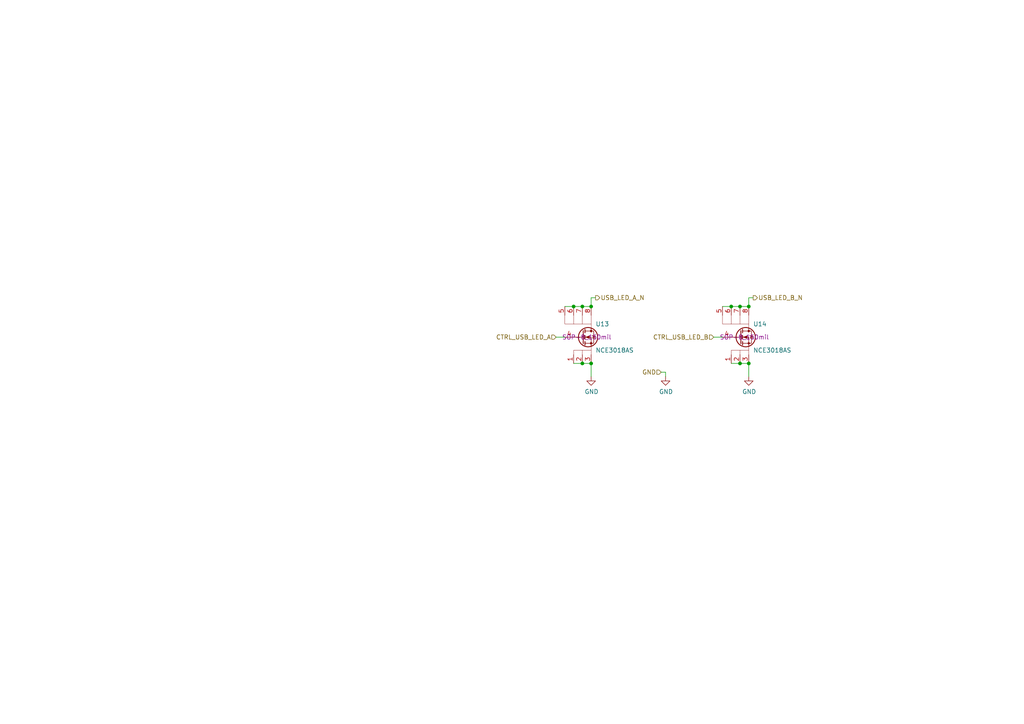
<source format=kicad_sch>
(kicad_sch (version 20210126) (generator eeschema)

  (paper "A4")

  (lib_symbols
    (symbol "Transistors:NCE3018AS" (in_bom yes) (on_board yes)
      (property "Reference" "U" (id 0) (at 3.81 1.27 0)
        (effects (font (size 1.27 1.27)))
      )
      (property "Value" "NCE3018AS" (id 1) (at 7.62 3.81 0)
        (effects (font (size 1.27 1.27)))
      )
      (property "Footprint" "Package_SO:SO-8_3.9x4.9mm_P1.27mm" (id 2) (at 1.27 13.97 0)
        (effects (font (size 1.27 1.27)) hide)
      )
      (property "Datasheet" "https://datasheetspdf.com/pdf-file/1273153/NCEPowerSemiconductor/NCE3018AS/1" (id 3) (at 1.27 13.97 0)
        (effects (font (size 1.27 1.27)) hide)
      )
      (property "Manufacturer Number" "NCE3018AS" (id 4) (at 0 0 0)
        (effects (font (size 1.27 1.27)))
      )
      (property "Package" "SOP-8" (id 5) (at 0 0 0)
        (effects (font (size 1.27 1.27)))
      )
      (property "Manufacturer" "NCE Power" (id 6) (at 0 0 0)
        (effects (font (size 1.27 1.27)))
      )
      (property "ki_description" "VDS =30V,ID =18A RDS(ON) < 7mΩ @ VGS=10V      RDS(ON) < 10mΩ @ VGS=4.5V " (id 7) (at 0 0 0)
        (effects (font (size 1.27 1.27)) hide)
      )
      (symbol "NCE3018AS_0_1"
        (circle (center 0.381 0) (radius 2.794) (stroke (width 0.254)) (fill (type none)))
        (circle (center 1.27 -1.778) (radius 0.254) (stroke (width 0)) (fill (type outline)))
        (circle (center 1.27 1.778) (radius 0.254) (stroke (width 0)) (fill (type outline)))
        (polyline
          (pts
            (xy -1.016 0)
            (xy -3.81 0)
          )
          (stroke (width 0)) (fill (type none))
        )
        (polyline
          (pts
            (xy -1.016 1.905)
            (xy -1.016 -1.905)
          )
          (stroke (width 0.254)) (fill (type none))
        )
        (polyline
          (pts
            (xy -0.508 -1.27)
            (xy -0.508 -2.286)
          )
          (stroke (width 0.254)) (fill (type none))
        )
        (polyline
          (pts
            (xy -0.508 0.508)
            (xy -0.508 -0.508)
          )
          (stroke (width 0.254)) (fill (type none))
        )
        (polyline
          (pts
            (xy -0.508 2.286)
            (xy -0.508 1.27)
          )
          (stroke (width 0.254)) (fill (type none))
        )
        (polyline
          (pts
            (xy 1.27 2.54)
            (xy 1.27 1.778)
          )
          (stroke (width 0)) (fill (type none))
        )
        (polyline
          (pts
            (xy 1.27 -2.54)
            (xy 1.27 0)
            (xy -0.508 0)
          )
          (stroke (width 0)) (fill (type none))
        )
        (polyline
          (pts
            (xy -0.508 -1.778)
            (xy 2.032 -1.778)
            (xy 2.032 1.778)
            (xy -0.508 1.778)
          )
          (stroke (width 0)) (fill (type none))
        )
        (polyline
          (pts
            (xy -0.254 0)
            (xy 0.762 0.381)
            (xy 0.762 -0.381)
            (xy -0.254 0)
          )
          (stroke (width 0)) (fill (type outline))
        )
        (polyline
          (pts
            (xy 1.524 0.508)
            (xy 1.651 0.381)
            (xy 2.413 0.381)
            (xy 2.54 0.254)
          )
          (stroke (width 0)) (fill (type none))
        )
        (polyline
          (pts
            (xy 2.032 0.381)
            (xy 1.651 -0.254)
            (xy 2.413 -0.254)
            (xy 2.032 0.381)
          )
          (stroke (width 0)) (fill (type none))
        )
        (polyline
          (pts
            (xy 1.27 6.35)
            (xy 1.27 1.27)
          )
          (stroke (width 0.0006)) (fill (type none))
        )
        (polyline
          (pts
            (xy -6.35 6.35)
            (xy -6.35 3.81)
            (xy 1.27 3.81)
          )
          (stroke (width 0.0006)) (fill (type none))
        )
        (polyline
          (pts
            (xy -3.81 6.35)
            (xy -3.81 3.81)
          )
          (stroke (width 0.0006)) (fill (type none))
        )
        (polyline
          (pts
            (xy -1.27 6.35)
            (xy -1.27 3.81)
          )
          (stroke (width 0.0006)) (fill (type none))
        )
        (polyline
          (pts
            (xy 1.27 -5.08)
            (xy 1.27 -2.54)
            (xy 1.27 -1.27)
          )
          (stroke (width 0.0006)) (fill (type none))
        )
        (polyline
          (pts
            (xy -3.81 -5.08)
            (xy -3.81 -3.81)
            (xy 1.27 -3.81)
          )
          (stroke (width 0.0006)) (fill (type none))
        )
        (polyline
          (pts
            (xy -1.27 -5.08)
            (xy -1.27 -3.81)
          )
          (stroke (width 0.0006)) (fill (type none))
        )
      )
      (symbol "NCE3018AS_1_1"
        (pin passive line (at -6.35 8.89 270) (length 2.54)
          (name "" (effects (font (size 1.27 1.27))))
          (number "5" (effects (font (size 1.27 1.27))))
        )
        (pin input line (at -6.35 0 0) (length 2.54)
          (name "" (effects (font (size 1.27 1.27))))
          (number "4" (effects (font (size 1.27 1.27))))
        )
        (pin passive line (at -3.81 -7.62 90) (length 2.54)
          (name "" (effects (font (size 1.27 1.27))))
          (number "1" (effects (font (size 1.27 1.27))))
        )
        (pin passive line (at -1.27 -7.62 90) (length 2.54)
          (name "" (effects (font (size 1.27 1.27))))
          (number "2" (effects (font (size 1.27 1.27))))
        )
        (pin passive line (at 1.27 -7.62 90) (length 2.54)
          (name "" (effects (font (size 1.27 1.27))))
          (number "3" (effects (font (size 1.27 1.27))))
        )
        (pin passive line (at -3.81 8.89 270) (length 2.54)
          (name "" (effects (font (size 1.27 1.27))))
          (number "6" (effects (font (size 1.27 1.27))))
        )
        (pin passive line (at -1.27 8.89 270) (length 2.54)
          (name "" (effects (font (size 1.27 1.27))))
          (number "7" (effects (font (size 1.27 1.27))))
        )
        (pin passive line (at 1.27 8.89 270) (length 2.54)
          (name "" (effects (font (size 1.27 1.27))))
          (number "8" (effects (font (size 1.27 1.27))))
        )
      )
    )
    (symbol "Transistors:NCE3018AS_3" (in_bom yes) (on_board yes)
      (property "Reference" "U" (id 0) (at 3.81 1.27 0)
        (effects (font (size 1.27 1.27)))
      )
      (property "Value" "NCE3018AS" (id 1) (at 7.62 3.81 0)
        (effects (font (size 1.27 1.27)))
      )
      (property "Footprint" "Package_SO:SO-8_3.9x4.9mm_P1.27mm" (id 2) (at 1.27 13.97 0)
        (effects (font (size 1.27 1.27)) hide)
      )
      (property "Datasheet" "https://datasheetspdf.com/pdf-file/1273153/NCEPowerSemiconductor/NCE3018AS/1" (id 3) (at 1.27 13.97 0)
        (effects (font (size 1.27 1.27)) hide)
      )
      (property "Manufacturer Number" "NCE3018AS" (id 4) (at 0 0 0)
        (effects (font (size 1.27 1.27)))
      )
      (property "Package" "SOP-8" (id 5) (at 0 0 0)
        (effects (font (size 1.27 1.27)))
      )
      (property "Manufacturer" "NCE Power" (id 6) (at 0 0 0)
        (effects (font (size 1.27 1.27)))
      )
      (property "ki_description" "VDS =30V,ID =18A RDS(ON) < 7mΩ @ VGS=10V      RDS(ON) < 10mΩ @ VGS=4.5V " (id 7) (at 0 0 0)
        (effects (font (size 1.27 1.27)) hide)
      )
      (symbol "NCE3018AS_3_0_1"
        (circle (center 0.381 0) (radius 2.794) (stroke (width 0.254)) (fill (type none)))
        (circle (center 1.27 -1.778) (radius 0.254) (stroke (width 0)) (fill (type outline)))
        (circle (center 1.27 1.778) (radius 0.254) (stroke (width 0)) (fill (type outline)))
        (polyline
          (pts
            (xy -1.016 0)
            (xy -3.81 0)
          )
          (stroke (width 0)) (fill (type none))
        )
        (polyline
          (pts
            (xy -1.016 1.905)
            (xy -1.016 -1.905)
          )
          (stroke (width 0.254)) (fill (type none))
        )
        (polyline
          (pts
            (xy -0.508 -1.27)
            (xy -0.508 -2.286)
          )
          (stroke (width 0.254)) (fill (type none))
        )
        (polyline
          (pts
            (xy -0.508 0.508)
            (xy -0.508 -0.508)
          )
          (stroke (width 0.254)) (fill (type none))
        )
        (polyline
          (pts
            (xy -0.508 2.286)
            (xy -0.508 1.27)
          )
          (stroke (width 0.254)) (fill (type none))
        )
        (polyline
          (pts
            (xy 1.27 2.54)
            (xy 1.27 1.778)
          )
          (stroke (width 0)) (fill (type none))
        )
        (polyline
          (pts
            (xy 1.27 -2.54)
            (xy 1.27 0)
            (xy -0.508 0)
          )
          (stroke (width 0)) (fill (type none))
        )
        (polyline
          (pts
            (xy -0.508 -1.778)
            (xy 2.032 -1.778)
            (xy 2.032 1.778)
            (xy -0.508 1.778)
          )
          (stroke (width 0)) (fill (type none))
        )
        (polyline
          (pts
            (xy -0.254 0)
            (xy 0.762 0.381)
            (xy 0.762 -0.381)
            (xy -0.254 0)
          )
          (stroke (width 0)) (fill (type outline))
        )
        (polyline
          (pts
            (xy 1.524 0.508)
            (xy 1.651 0.381)
            (xy 2.413 0.381)
            (xy 2.54 0.254)
          )
          (stroke (width 0)) (fill (type none))
        )
        (polyline
          (pts
            (xy 2.032 0.381)
            (xy 1.651 -0.254)
            (xy 2.413 -0.254)
            (xy 2.032 0.381)
          )
          (stroke (width 0)) (fill (type none))
        )
        (polyline
          (pts
            (xy 1.27 6.35)
            (xy 1.27 1.27)
          )
          (stroke (width 0.0006)) (fill (type none))
        )
        (polyline
          (pts
            (xy -6.35 6.35)
            (xy -6.35 3.81)
            (xy 1.27 3.81)
          )
          (stroke (width 0.0006)) (fill (type none))
        )
        (polyline
          (pts
            (xy -3.81 6.35)
            (xy -3.81 3.81)
          )
          (stroke (width 0.0006)) (fill (type none))
        )
        (polyline
          (pts
            (xy -1.27 6.35)
            (xy -1.27 3.81)
          )
          (stroke (width 0.0006)) (fill (type none))
        )
        (polyline
          (pts
            (xy 1.27 -5.08)
            (xy 1.27 -2.54)
            (xy 1.27 -1.27)
          )
          (stroke (width 0.0006)) (fill (type none))
        )
        (polyline
          (pts
            (xy -3.81 -5.08)
            (xy -3.81 -3.81)
            (xy 1.27 -3.81)
          )
          (stroke (width 0.0006)) (fill (type none))
        )
        (polyline
          (pts
            (xy -1.27 -5.08)
            (xy -1.27 -3.81)
          )
          (stroke (width 0.0006)) (fill (type none))
        )
      )
      (symbol "NCE3018AS_3_1_1"
        (pin passive line (at -6.35 8.89 270) (length 2.54)
          (name "" (effects (font (size 1.27 1.27))))
          (number "5" (effects (font (size 1.27 1.27))))
        )
        (pin input line (at -6.35 0 0) (length 2.54)
          (name "" (effects (font (size 1.27 1.27))))
          (number "4" (effects (font (size 1.27 1.27))))
        )
        (pin passive line (at -3.81 -7.62 90) (length 2.54)
          (name "" (effects (font (size 1.27 1.27))))
          (number "1" (effects (font (size 1.27 1.27))))
        )
        (pin passive line (at -1.27 -7.62 90) (length 2.54)
          (name "" (effects (font (size 1.27 1.27))))
          (number "2" (effects (font (size 1.27 1.27))))
        )
        (pin passive line (at 1.27 -7.62 90) (length 2.54)
          (name "" (effects (font (size 1.27 1.27))))
          (number "3" (effects (font (size 1.27 1.27))))
        )
        (pin passive line (at -3.81 8.89 270) (length 2.54)
          (name "" (effects (font (size 1.27 1.27))))
          (number "6" (effects (font (size 1.27 1.27))))
        )
        (pin passive line (at -1.27 8.89 270) (length 2.54)
          (name "" (effects (font (size 1.27 1.27))))
          (number "7" (effects (font (size 1.27 1.27))))
        )
        (pin passive line (at 1.27 8.89 270) (length 2.54)
          (name "" (effects (font (size 1.27 1.27))))
          (number "8" (effects (font (size 1.27 1.27))))
        )
      )
    )
    (symbol "power:GND" (power) (pin_names (offset 0)) (in_bom yes) (on_board yes)
      (property "Reference" "#PWR" (id 0) (at 0 -6.35 0)
        (effects (font (size 1.27 1.27)) hide)
      )
      (property "Value" "GND" (id 1) (at 0 -3.81 0)
        (effects (font (size 1.27 1.27)))
      )
      (property "Footprint" "" (id 2) (at 0 0 0)
        (effects (font (size 1.27 1.27)) hide)
      )
      (property "Datasheet" "" (id 3) (at 0 0 0)
        (effects (font (size 1.27 1.27)) hide)
      )
      (property "ki_keywords" "power-flag" (id 4) (at 0 0 0)
        (effects (font (size 1.27 1.27)) hide)
      )
      (property "ki_description" "Power symbol creates a global label with name \"GND\" , ground" (id 5) (at 0 0 0)
        (effects (font (size 1.27 1.27)) hide)
      )
      (symbol "GND_0_1"
        (polyline
          (pts
            (xy 0 0)
            (xy 0 -1.27)
            (xy 1.27 -1.27)
            (xy 0 -2.54)
            (xy -1.27 -1.27)
            (xy 0 -1.27)
          )
          (stroke (width 0)) (fill (type none))
        )
      )
      (symbol "GND_1_1"
        (pin power_in line (at 0 0 270) (length 0) hide
          (name "GND" (effects (font (size 1.27 1.27))))
          (number "1" (effects (font (size 1.27 1.27))))
        )
      )
    )
  )


  (junction (at 166.37 88.9) (diameter 0.9144) (color 0 0 0 0))
  (junction (at 168.91 88.9) (diameter 0.9144) (color 0 0 0 0))
  (junction (at 168.91 105.41) (diameter 0.9144) (color 0 0 0 0))
  (junction (at 171.45 88.9) (diameter 0.9144) (color 0 0 0 0))
  (junction (at 171.45 105.41) (diameter 0.9144) (color 0 0 0 0))
  (junction (at 212.09 88.9) (diameter 0.9144) (color 0 0 0 0))
  (junction (at 214.63 88.9) (diameter 0.9144) (color 0 0 0 0))
  (junction (at 214.63 105.41) (diameter 0.9144) (color 0 0 0 0))
  (junction (at 217.17 88.9) (diameter 0.9144) (color 0 0 0 0))
  (junction (at 217.17 105.41) (diameter 0.9144) (color 0 0 0 0))

  (wire (pts (xy 161.29 97.79) (xy 163.83 97.79))
    (stroke (width 0) (type solid) (color 0 0 0 0))
    (uuid ed2dd396-d485-45d6-899f-c91027d94e6c)
  )
  (wire (pts (xy 163.83 88.9) (xy 166.37 88.9))
    (stroke (width 0) (type solid) (color 0 0 0 0))
    (uuid 75bc45c0-33c4-40b4-9e94-b622fc154fc7)
  )
  (wire (pts (xy 166.37 88.9) (xy 168.91 88.9))
    (stroke (width 0) (type solid) (color 0 0 0 0))
    (uuid 6a85b94f-f99c-4e4f-85ff-532770b49cd4)
  )
  (wire (pts (xy 166.37 105.41) (xy 168.91 105.41))
    (stroke (width 0) (type solid) (color 0 0 0 0))
    (uuid 87b01d2a-aed2-4b3e-beac-95aa5f2d99be)
  )
  (wire (pts (xy 168.91 88.9) (xy 171.45 88.9))
    (stroke (width 0) (type solid) (color 0 0 0 0))
    (uuid 1d3306b2-98e2-4724-99a3-028c404101ef)
  )
  (wire (pts (xy 168.91 105.41) (xy 171.45 105.41))
    (stroke (width 0) (type solid) (color 0 0 0 0))
    (uuid 08e18140-4669-4b49-9ec0-72564027ef7a)
  )
  (wire (pts (xy 171.45 86.36) (xy 172.72 86.36))
    (stroke (width 0) (type solid) (color 0 0 0 0))
    (uuid 342e17de-65d8-4f88-a064-a14d8322fc06)
  )
  (wire (pts (xy 171.45 88.9) (xy 171.45 86.36))
    (stroke (width 0) (type solid) (color 0 0 0 0))
    (uuid 21e1816e-701f-482d-a234-bd4b9158e146)
  )
  (wire (pts (xy 171.45 105.41) (xy 171.45 109.22))
    (stroke (width 0) (type solid) (color 0 0 0 0))
    (uuid 29f94c85-f9cb-4b09-9e18-1b99e958c9ac)
  )
  (wire (pts (xy 191.77 107.95) (xy 193.04 107.95))
    (stroke (width 0) (type solid) (color 0 0 0 0))
    (uuid ee73af46-9941-4de5-bb05-8f92fe8a3517)
  )
  (wire (pts (xy 193.04 107.95) (xy 193.04 109.22))
    (stroke (width 0) (type solid) (color 0 0 0 0))
    (uuid 86742454-122c-4ba2-9f4c-aafaa86f7e14)
  )
  (wire (pts (xy 207.01 97.79) (xy 209.55 97.79))
    (stroke (width 0) (type solid) (color 0 0 0 0))
    (uuid ff3b62c9-9038-44ef-a021-e5a1f9b515d5)
  )
  (wire (pts (xy 209.55 88.9) (xy 212.09 88.9))
    (stroke (width 0) (type solid) (color 0 0 0 0))
    (uuid 0623ba71-179d-405a-bc83-13e55373c540)
  )
  (wire (pts (xy 212.09 88.9) (xy 214.63 88.9))
    (stroke (width 0) (type solid) (color 0 0 0 0))
    (uuid 5e32f450-2571-42ff-b1b3-28a20d24fe7a)
  )
  (wire (pts (xy 212.09 105.41) (xy 214.63 105.41))
    (stroke (width 0) (type solid) (color 0 0 0 0))
    (uuid 2abec085-82c1-4faa-bf33-d94da6260580)
  )
  (wire (pts (xy 214.63 88.9) (xy 217.17 88.9))
    (stroke (width 0) (type solid) (color 0 0 0 0))
    (uuid d16d203b-17be-4549-8f58-a245985b729a)
  )
  (wire (pts (xy 214.63 105.41) (xy 217.17 105.41))
    (stroke (width 0) (type solid) (color 0 0 0 0))
    (uuid 03afc717-64a1-4741-b026-95ff80e08c81)
  )
  (wire (pts (xy 217.17 86.36) (xy 218.44 86.36))
    (stroke (width 0) (type solid) (color 0 0 0 0))
    (uuid 0f6c5c63-183c-47c6-a39b-bcd24296f649)
  )
  (wire (pts (xy 217.17 88.9) (xy 217.17 86.36))
    (stroke (width 0) (type solid) (color 0 0 0 0))
    (uuid d82c55ac-f5e0-494f-9848-cfaf74f623a9)
  )
  (wire (pts (xy 217.17 105.41) (xy 217.17 109.22))
    (stroke (width 0) (type solid) (color 0 0 0 0))
    (uuid 6cffb454-b124-424a-9df1-c9e3563d73b2)
  )

  (hierarchical_label "CTRL_USB_LED_A" (shape input) (at 161.29 97.79 180)
    (effects (font (size 1.27 1.27)) (justify right))
    (uuid 1bca7917-d202-403d-991f-571e374336dd)
  )
  (hierarchical_label "USB_LED_A_N" (shape output) (at 172.72 86.36 0)
    (effects (font (size 1.27 1.27)) (justify left))
    (uuid 85ec2c65-7a7a-4852-bfe6-110b5c5d1047)
  )
  (hierarchical_label "GND" (shape input) (at 191.77 107.95 180)
    (effects (font (size 1.27 1.27)) (justify right))
    (uuid 5b6a63d3-da47-4192-825e-c2b447bb09f1)
  )
  (hierarchical_label "CTRL_USB_LED_B" (shape input) (at 207.01 97.79 180)
    (effects (font (size 1.27 1.27)) (justify right))
    (uuid 585d6a9f-7334-41cd-9598-1362d3159667)
  )
  (hierarchical_label "USB_LED_B_N" (shape output) (at 218.44 86.36 0)
    (effects (font (size 1.27 1.27)) (justify left))
    (uuid 9b384346-94e9-43fa-8bd0-01579bf71b1e)
  )

  (symbol (lib_id "power:GND") (at 171.45 109.22 0) (unit 1)
    (in_bom yes) (on_board yes)
    (uuid 40e0b599-af1a-45c0-b4a1-6224e338cff8)
    (property "Reference" "#PWR0132" (id 0) (at 171.45 115.57 0)
      (effects (font (size 1.27 1.27)) hide)
    )
    (property "Value" "GND" (id 1) (at 171.577 113.6142 0))
    (property "Footprint" "" (id 2) (at 171.45 109.22 0)
      (effects (font (size 1.27 1.27)) hide)
    )
    (property "Datasheet" "" (id 3) (at 171.45 109.22 0)
      (effects (font (size 1.27 1.27)) hide)
    )
    (pin "1" (uuid ec4a2c11-f031-4987-8b8a-288f59553280))
  )

  (symbol (lib_id "power:GND") (at 193.04 109.22 0) (unit 1)
    (in_bom yes) (on_board yes)
    (uuid 00000000-0000-0000-0000-00006097cb06)
    (property "Reference" "#PWR0135" (id 0) (at 193.04 115.57 0)
      (effects (font (size 1.27 1.27)) hide)
    )
    (property "Value" "GND" (id 1) (at 193.167 113.6142 0))
    (property "Footprint" "" (id 2) (at 193.04 109.22 0)
      (effects (font (size 1.27 1.27)) hide)
    )
    (property "Datasheet" "" (id 3) (at 193.04 109.22 0)
      (effects (font (size 1.27 1.27)) hide)
    )
    (pin "1" (uuid 8a55ae87-46ae-426c-aad6-cddf7f7b6940))
  )

  (symbol (lib_id "power:GND") (at 217.17 109.22 0) (unit 1)
    (in_bom yes) (on_board yes)
    (uuid 1468e9cf-5d22-45b0-a61a-e5a09bb7cb38)
    (property "Reference" "#PWR0133" (id 0) (at 217.17 115.57 0)
      (effects (font (size 1.27 1.27)) hide)
    )
    (property "Value" "GND" (id 1) (at 217.297 113.6142 0))
    (property "Footprint" "" (id 2) (at 217.17 109.22 0)
      (effects (font (size 1.27 1.27)) hide)
    )
    (property "Datasheet" "" (id 3) (at 217.17 109.22 0)
      (effects (font (size 1.27 1.27)) hide)
    )
    (pin "1" (uuid ec4a2c11-f031-4987-8b8a-288f59553280))
  )

  (symbol (lib_name "Transistors:NCE3018AS_3") (lib_id "Transistors:NCE3018AS") (at 170.18 97.79 0) (unit 1)
    (in_bom yes) (on_board yes)
    (uuid 70bdfbcb-f5cf-4ef7-b952-f81cf766a449)
    (property "Reference" "U13" (id 0) (at 172.72 93.98 0)
      (effects (font (size 1.27 1.27)) (justify left))
    )
    (property "Value" "NCE3018AS" (id 1) (at 172.72 101.6 0)
      (effects (font (size 1.27 1.27)) (justify left))
    )
    (property "Footprint" "Package_SO:SO-8_3.9x4.9mm_P1.27mm" (id 2) (at 171.45 83.82 0)
      (effects (font (size 1.27 1.27)) hide)
    )
    (property "Datasheet" "https://datasheetspdf.com/pdf-file/1273153/NCEPowerSemiconductor/NCE3018AS/1" (id 3) (at 171.45 83.82 0)
      (effects (font (size 1.27 1.27)) hide)
    )
    (property "Manufacturer Number" "NCE3018AS" (id 4) (at 179.07 96.52 0)
      (effects (font (size 1.27 1.27)) hide)
    )
    (property "Package" "SOP-8_150mil" (id 5) (at 170.18 97.79 0))
    (property "Manufacturer" "NCE Power" (id 6) (at 179.07 99.06 0)
      (effects (font (size 1.27 1.27)) hide)
    )
    (pin "5" (uuid cafb6c70-41cd-448d-984d-c2a94f041cc8))
    (pin "4" (uuid 3df646d8-719f-43f9-86ce-bb689dfc5d25))
    (pin "1" (uuid e50f8be2-77b8-41ce-bde3-6de2a2255c44))
    (pin "2" (uuid c5cb98a2-6494-47d4-a9b6-fc92e0fb6db3))
    (pin "3" (uuid a547fe7a-3e03-45ca-a3d8-d8dd734d1bdc))
    (pin "6" (uuid 50d7bdaf-81d9-47f9-87e9-dcc6833d08a6))
    (pin "7" (uuid aa204dc7-a879-4056-975e-85424a4327e7))
    (pin "8" (uuid 0ab30941-a9ac-40e2-8534-21c866fe2f39))
  )

  (symbol (lib_id "Transistors:NCE3018AS") (at 215.9 97.79 0) (unit 1)
    (in_bom yes) (on_board yes)
    (uuid c622d4df-bfe8-40f1-be70-8112d3ce3045)
    (property "Reference" "U14" (id 0) (at 218.44 93.98 0)
      (effects (font (size 1.27 1.27)) (justify left))
    )
    (property "Value" "NCE3018AS" (id 1) (at 218.44 101.6 0)
      (effects (font (size 1.27 1.27)) (justify left))
    )
    (property "Footprint" "Package_SO:SO-8_3.9x4.9mm_P1.27mm" (id 2) (at 217.17 83.82 0)
      (effects (font (size 1.27 1.27)) hide)
    )
    (property "Datasheet" "https://datasheetspdf.com/pdf-file/1273153/NCEPowerSemiconductor/NCE3018AS/1" (id 3) (at 217.17 83.82 0)
      (effects (font (size 1.27 1.27)) hide)
    )
    (property "Manufacturer Number" "NCE3018AS" (id 4) (at 215.9 97.79 0)
      (effects (font (size 1.27 1.27)) hide)
    )
    (property "Package" "SOP-8_150mil" (id 5) (at 215.9 97.79 0))
    (property "Manufacturer" "NCE Power" (id 6) (at 215.9 97.79 0)
      (effects (font (size 1.27 1.27)) hide)
    )
    (pin "5" (uuid cafb6c70-41cd-448d-984d-c2a94f041cc8))
    (pin "4" (uuid 3df646d8-719f-43f9-86ce-bb689dfc5d25))
    (pin "1" (uuid e50f8be2-77b8-41ce-bde3-6de2a2255c44))
    (pin "2" (uuid c5cb98a2-6494-47d4-a9b6-fc92e0fb6db3))
    (pin "3" (uuid a547fe7a-3e03-45ca-a3d8-d8dd734d1bdc))
    (pin "6" (uuid 50d7bdaf-81d9-47f9-87e9-dcc6833d08a6))
    (pin "7" (uuid aa204dc7-a879-4056-975e-85424a4327e7))
    (pin "8" (uuid 0ab30941-a9ac-40e2-8534-21c866fe2f39))
  )
)

</source>
